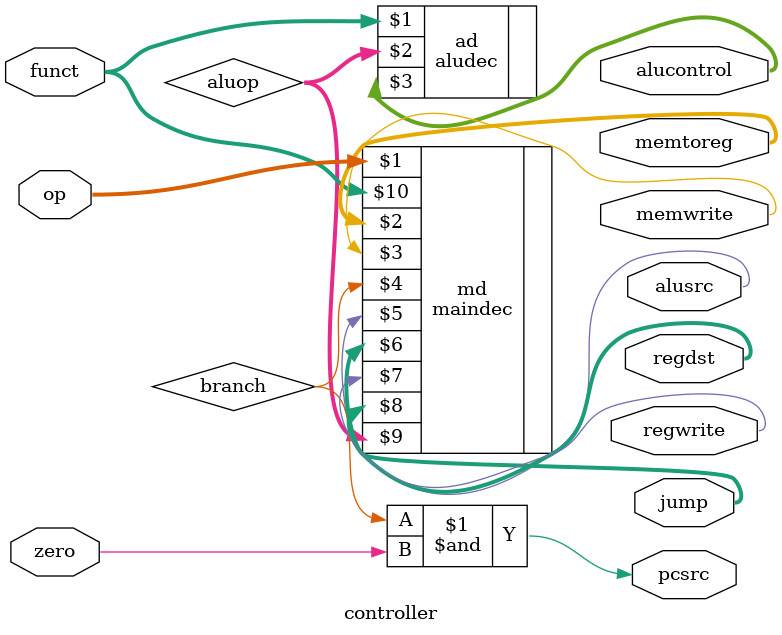
<source format=sv>
`ifndef CONTROLLER
`define CONTROLLER

`timescale 1ns/100ps

`include "../maindec/maindec.sv"
`include "../aludec/aludec.sv"

module controller
    #(parameter n = 32)(
    //
    // ---------------- PORT DEFINITIONS ----------------
    //
    input  logic [5:0] op, funct,
    input  logic       zero,
    output logic [1:0] memtoreg, 
    output logic       memwrite,
    output logic       pcsrc, alusrc,
    output logic [1:0] regdst, 
    output logic       regwrite,
    output logic [1:0] jump,
    output logic [2:0] alucontrol
);
    //
    // ---------------- MODULE DESIGN IMPLEMENTATION ----------------
    //
    logic [1:0] aluop;
    logic       branch;
    
    // CPU main decoder
    maindec md(op, memtoreg, memwrite, branch, alusrc, regdst, regwrite, jump, aluop, funct);
    // CPU's ALU decoder
    aludec ad(funct, aluop, alucontrol);

  assign pcsrc = branch & zero;

endmodule

`endif // CONTROLLER

</source>
